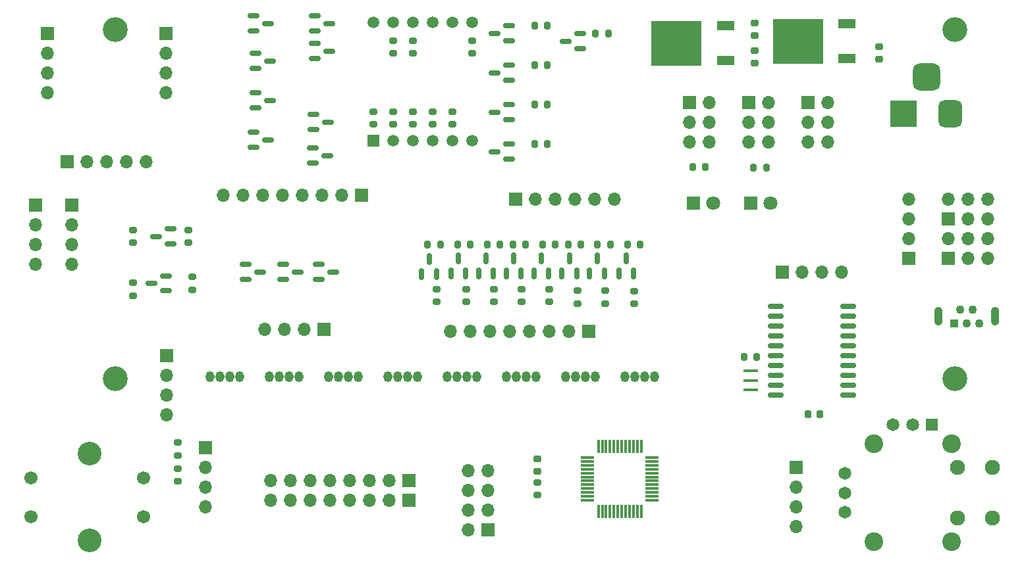
<source format=gbr>
%TF.GenerationSoftware,KiCad,Pcbnew,(6.0.1)*%
%TF.CreationDate,2023-03-04T22:59:05-07:00*%
%TF.ProjectId,DevBoard2.0,44657642-6f61-4726-9432-2e302e6b6963,rev?*%
%TF.SameCoordinates,Original*%
%TF.FileFunction,Soldermask,Bot*%
%TF.FilePolarity,Negative*%
%FSLAX46Y46*%
G04 Gerber Fmt 4.6, Leading zero omitted, Abs format (unit mm)*
G04 Created by KiCad (PCBNEW (6.0.1)) date 2023-03-04 22:59:05*
%MOMM*%
%LPD*%
G01*
G04 APERTURE LIST*
G04 Aperture macros list*
%AMRoundRect*
0 Rectangle with rounded corners*
0 $1 Rounding radius*
0 $2 $3 $4 $5 $6 $7 $8 $9 X,Y pos of 4 corners*
0 Add a 4 corners polygon primitive as box body*
4,1,4,$2,$3,$4,$5,$6,$7,$8,$9,$2,$3,0*
0 Add four circle primitives for the rounded corners*
1,1,$1+$1,$2,$3*
1,1,$1+$1,$4,$5*
1,1,$1+$1,$6,$7*
1,1,$1+$1,$8,$9*
0 Add four rect primitives between the rounded corners*
20,1,$1+$1,$2,$3,$4,$5,0*
20,1,$1+$1,$4,$5,$6,$7,0*
20,1,$1+$1,$6,$7,$8,$9,0*
20,1,$1+$1,$8,$9,$2,$3,0*%
G04 Aperture macros list end*
%ADD10RoundRect,0.011200X-0.128800X0.768800X-0.128800X-0.768800X0.128800X-0.768800X0.128800X0.768800X0*%
%ADD11RoundRect,0.011200X-0.768800X-0.128800X0.768800X-0.128800X0.768800X0.128800X-0.768800X0.128800X0*%
%ADD12C,1.650000*%
%ADD13R,1.650000X1.650000*%
%ADD14C,2.400000*%
%ADD15C,1.950000*%
%ADD16R,1.700000X1.700000*%
%ADD17O,1.700000X1.700000*%
%ADD18C,3.200000*%
%ADD19O,1.143000X1.397000*%
%ADD20RoundRect,0.200000X-0.200000X-0.275000X0.200000X-0.275000X0.200000X0.275000X-0.200000X0.275000X0*%
%ADD21R,1.900000X0.400000*%
%ADD22RoundRect,0.200000X-0.275000X0.200000X-0.275000X-0.200000X0.275000X-0.200000X0.275000X0.200000X0*%
%ADD23RoundRect,0.200000X0.275000X-0.200000X0.275000X0.200000X-0.275000X0.200000X-0.275000X-0.200000X0*%
%ADD24RoundRect,0.200000X0.200000X0.275000X-0.200000X0.275000X-0.200000X-0.275000X0.200000X-0.275000X0*%
%ADD25RoundRect,0.150000X0.587500X0.150000X-0.587500X0.150000X-0.587500X-0.150000X0.587500X-0.150000X0*%
%ADD26R,1.800000X1.800000*%
%ADD27C,1.800000*%
%ADD28RoundRect,0.225000X-0.225000X-0.250000X0.225000X-0.250000X0.225000X0.250000X-0.225000X0.250000X0*%
%ADD29RoundRect,0.225000X0.250000X-0.225000X0.250000X0.225000X-0.250000X0.225000X-0.250000X-0.225000X0*%
%ADD30RoundRect,0.225000X-0.250000X0.225000X-0.250000X-0.225000X0.250000X-0.225000X0.250000X0.225000X0*%
%ADD31C,1.701800*%
%ADD32C,3.048000*%
%ADD33RoundRect,0.150000X0.150000X-0.587500X0.150000X0.587500X-0.150000X0.587500X-0.150000X-0.587500X0*%
%ADD34RoundRect,0.150000X-0.587500X-0.150000X0.587500X-0.150000X0.587500X0.150000X-0.587500X0.150000X0*%
%ADD35R,1.100000X1.100000*%
%ADD36C,1.100000*%
%ADD37O,1.100000X2.400000*%
%ADD38R,2.200000X1.200000*%
%ADD39R,6.400000X5.800000*%
%ADD40C,1.500000*%
%ADD41R,1.500000X1.500000*%
%ADD42RoundRect,0.875000X0.875000X0.875000X-0.875000X0.875000X-0.875000X-0.875000X0.875000X-0.875000X0*%
%ADD43RoundRect,0.750000X0.750000X1.000000X-0.750000X1.000000X-0.750000X-1.000000X0.750000X-1.000000X0*%
%ADD44R,3.500000X3.500000*%
%ADD45RoundRect,0.150000X-0.875000X-0.150000X0.875000X-0.150000X0.875000X0.150000X-0.875000X0.150000X0*%
G04 APERTURE END LIST*
D10*
%TO.C,U3*%
X232144500Y-69734000D03*
X232644500Y-69734000D03*
X233144500Y-69734000D03*
X233644500Y-69734000D03*
X234144500Y-69734000D03*
X234644500Y-69734000D03*
X235144500Y-69734000D03*
X235644500Y-69734000D03*
X236144500Y-69734000D03*
X236644500Y-69734000D03*
X237144500Y-69734000D03*
X237644500Y-69734000D03*
X237644500Y-78094000D03*
X237144500Y-78094000D03*
X236644500Y-78094000D03*
X236144500Y-78094000D03*
X235644500Y-78094000D03*
X235144500Y-78094000D03*
X234644500Y-78094000D03*
X234144500Y-78094000D03*
X233644500Y-78094000D03*
X233144500Y-78094000D03*
X232644500Y-78094000D03*
X232144500Y-78094000D03*
D11*
X230714500Y-76664000D03*
X230714500Y-76164000D03*
X230714500Y-75664000D03*
X230714500Y-75164000D03*
X230714500Y-74664000D03*
X230714500Y-74164000D03*
X230714500Y-73664000D03*
X230714500Y-73164000D03*
X230714500Y-72664000D03*
X230714500Y-72164000D03*
X230714500Y-71664000D03*
X230714500Y-71164000D03*
X239074500Y-71164000D03*
X239074500Y-71664000D03*
X239074500Y-72164000D03*
X239074500Y-72664000D03*
X239074500Y-73164000D03*
X239074500Y-73664000D03*
X239074500Y-74164000D03*
X239074500Y-74664000D03*
X239074500Y-75164000D03*
X239074500Y-75664000D03*
X239074500Y-76164000D03*
X239074500Y-76664000D03*
%TD*%
D12*
%TO.C,U1*%
X263812000Y-73192000D03*
X263812000Y-75692000D03*
X263812000Y-78192000D03*
D13*
X275042000Y-66962000D03*
D12*
X272542000Y-66962000D03*
X270042000Y-66962000D03*
D14*
X267542000Y-69367000D03*
X267542000Y-82017000D03*
X277542000Y-82017000D03*
X277542000Y-69367000D03*
D15*
X278292000Y-78942000D03*
X282792000Y-78942000D03*
X278292000Y-72442000D03*
X282792000Y-72442000D03*
%TD*%
D16*
%TO.C,J26*%
X176657000Y-58039000D03*
D17*
X176657000Y-60579000D03*
X176657000Y-63119000D03*
X176657000Y-65659000D03*
%TD*%
D18*
%TO.C,REF\u002A\u002A*%
X278000000Y-16000000D03*
%TD*%
%TO.C,REF\u002A\u002A*%
X278000000Y-61000000D03*
%TD*%
%TO.C,REF\u002A\u002A*%
X170000000Y-61000000D03*
%TD*%
%TO.C,REF\u002A\u002A*%
X170000000Y-16000000D03*
%TD*%
D19*
%TO.C,LED2*%
X189863100Y-60706000D03*
X192403100Y-60706000D03*
X191133100Y-60706000D03*
X193673100Y-60706000D03*
%TD*%
D16*
%TO.C,J19*%
X164416000Y-38618000D03*
D17*
X164416000Y-41158000D03*
X164416000Y-43698000D03*
X164416000Y-46238000D03*
%TD*%
D16*
%TO.C,J16*%
X159766000Y-38618000D03*
D17*
X159766000Y-41158000D03*
X159766000Y-43698000D03*
X159766000Y-46238000D03*
%TD*%
D20*
%TO.C,R39*%
X223965000Y-30734000D03*
X225615000Y-30734000D03*
%TD*%
%TO.C,R38*%
X223965000Y-15494000D03*
X225615000Y-15494000D03*
%TD*%
%TO.C,R37*%
X223965000Y-20574000D03*
X225615000Y-20574000D03*
%TD*%
%TO.C,R36*%
X223965000Y-25654000D03*
X225615000Y-25654000D03*
%TD*%
D16*
%TO.C,J12*%
X201676000Y-37338000D03*
D17*
X199136000Y-37338000D03*
X196596000Y-37338000D03*
X194056000Y-37338000D03*
X191516000Y-37338000D03*
X188976000Y-37338000D03*
X186436000Y-37338000D03*
X183896000Y-37338000D03*
%TD*%
D16*
%TO.C,J18*%
X230872900Y-54864000D03*
D17*
X228332900Y-54864000D03*
X225792900Y-54864000D03*
X223252900Y-54864000D03*
X220712900Y-54864000D03*
X218172900Y-54864000D03*
X215632900Y-54864000D03*
X213092900Y-54864000D03*
%TD*%
%TO.C,J17*%
X215392000Y-72888000D03*
X217932000Y-72888000D03*
X215392000Y-75428000D03*
X217932000Y-75428000D03*
X215392000Y-77968000D03*
X217932000Y-77968000D03*
X215392000Y-80508000D03*
D16*
X217932000Y-80508000D03*
%TD*%
D21*
%TO.C,Y1*%
X251714000Y-61214000D03*
X251714000Y-62414000D03*
X251714000Y-60014000D03*
%TD*%
D22*
%TO.C,R35*%
X224282000Y-74359000D03*
X224282000Y-76009000D03*
%TD*%
%TO.C,R34*%
X179448488Y-41850000D03*
X179448488Y-43500000D03*
%TD*%
D23*
%TO.C,R33*%
X172336488Y-43500000D03*
X172336488Y-41850000D03*
%TD*%
D22*
%TO.C,R32*%
X179935750Y-47880000D03*
X179935750Y-49530000D03*
%TD*%
D23*
%TO.C,R31*%
X172315750Y-50292000D03*
X172315750Y-48642000D03*
%TD*%
D24*
%TO.C,R30*%
X253746000Y-33782000D03*
X252096000Y-33782000D03*
%TD*%
%TO.C,R29*%
X252539000Y-58166000D03*
X250889000Y-58166000D03*
%TD*%
%TO.C,R28*%
X245935000Y-33719000D03*
X244285000Y-33719000D03*
%TD*%
D25*
%TO.C,Q26*%
X177141750Y-41725000D03*
X177141750Y-43625000D03*
X175266750Y-42675000D03*
%TD*%
%TO.C,Q25*%
X176555250Y-47755000D03*
X176555250Y-49655000D03*
X174680250Y-48705000D03*
%TD*%
D16*
%TO.C,J25*%
X221488000Y-37846000D03*
D17*
X224028000Y-37846000D03*
X226568000Y-37846000D03*
X229108000Y-37846000D03*
X231648000Y-37846000D03*
X234188000Y-37846000D03*
%TD*%
D16*
%TO.C,J14*%
X181610000Y-69860000D03*
D17*
X181610000Y-72400000D03*
X181610000Y-74940000D03*
X181610000Y-77480000D03*
%TD*%
D16*
%TO.C,J13*%
X257556000Y-72400000D03*
D17*
X257556000Y-74940000D03*
X257556000Y-77480000D03*
X257556000Y-80020000D03*
%TD*%
D16*
%TO.C,J11*%
X196851900Y-54610000D03*
D17*
X194311900Y-54610000D03*
X191771900Y-54610000D03*
X189231900Y-54610000D03*
%TD*%
D16*
%TO.C,J6*%
X255778000Y-47244000D03*
D17*
X258318000Y-47244000D03*
X260858000Y-47244000D03*
X263398000Y-47244000D03*
%TD*%
D26*
%TO.C,D2*%
X251709000Y-38354000D03*
D27*
X254249000Y-38354000D03*
%TD*%
D26*
%TO.C,D1*%
X244343000Y-38354000D03*
D27*
X246883000Y-38354000D03*
%TD*%
D28*
%TO.C,C5*%
X259067000Y-65532000D03*
X260617000Y-65532000D03*
%TD*%
D29*
%TO.C,C4*%
X224282000Y-72898000D03*
X224282000Y-71348000D03*
%TD*%
%TO.C,C3*%
X252222000Y-20333000D03*
X252222000Y-18783000D03*
%TD*%
%TO.C,C2*%
X268224000Y-19825000D03*
X268224000Y-18275000D03*
%TD*%
D30*
%TO.C,C1*%
X252222000Y-15214000D03*
X252222000Y-16764000D03*
%TD*%
D31*
%TO.C,SW1*%
X173702550Y-73770231D03*
X173702550Y-78770231D03*
X159202551Y-73770231D03*
X159202551Y-78770231D03*
D32*
X166702551Y-70670293D03*
X166702551Y-81870169D03*
%TD*%
D20*
%TO.C,R27*%
X231776000Y-16560800D03*
X233426000Y-16560800D03*
%TD*%
D23*
%TO.C,R26*%
X236728000Y-51371000D03*
X236728000Y-49721000D03*
%TD*%
D20*
%TO.C,R25*%
X235903000Y-43688000D03*
X237553000Y-43688000D03*
%TD*%
D23*
%TO.C,R24*%
X232984000Y-51308000D03*
X232984000Y-49658000D03*
%TD*%
D20*
%TO.C,R23*%
X232030000Y-43688000D03*
X233680000Y-43688000D03*
%TD*%
D23*
%TO.C,R22*%
X229428000Y-51308000D03*
X229428000Y-49658000D03*
%TD*%
D20*
%TO.C,R21*%
X228283000Y-43688000D03*
X229933000Y-43688000D03*
%TD*%
D23*
%TO.C,R20*%
X225806000Y-51117000D03*
X225806000Y-49467000D03*
%TD*%
D20*
%TO.C,R19*%
X224981000Y-43688000D03*
X226631000Y-43688000D03*
%TD*%
D22*
%TO.C,R18*%
X208280000Y-26607000D03*
X208280000Y-28257000D03*
%TD*%
%TO.C,R17*%
X213360000Y-26607000D03*
X213360000Y-28257000D03*
%TD*%
D23*
%TO.C,R16*%
X208280000Y-19113000D03*
X208280000Y-17463000D03*
%TD*%
D22*
%TO.C,R15*%
X203200000Y-26607000D03*
X203200000Y-28257000D03*
%TD*%
%TO.C,R14*%
X205740000Y-26607000D03*
X205740000Y-28257000D03*
%TD*%
%TO.C,R13*%
X210820000Y-26607000D03*
X210820000Y-28257000D03*
%TD*%
D23*
%TO.C,R12*%
X215900000Y-19113000D03*
X215900000Y-17463000D03*
%TD*%
%TO.C,R11*%
X205740000Y-19113000D03*
X205740000Y-17463000D03*
%TD*%
%TO.C,R10*%
X222250000Y-51117000D03*
X222250000Y-49467000D03*
%TD*%
D20*
%TO.C,R9*%
X221171000Y-43688000D03*
X222821000Y-43688000D03*
%TD*%
D23*
%TO.C,R8*%
X218694000Y-51117000D03*
X218694000Y-49467000D03*
%TD*%
D20*
%TO.C,R7*%
X217869000Y-43688000D03*
X219519000Y-43688000D03*
%TD*%
D23*
%TO.C,R6*%
X215138000Y-51117000D03*
X215138000Y-49467000D03*
%TD*%
D20*
%TO.C,R5*%
X214059000Y-43688000D03*
X215709000Y-43688000D03*
%TD*%
D23*
%TO.C,R4*%
X211328000Y-51117000D03*
X211328000Y-49467000D03*
%TD*%
D20*
%TO.C,R3*%
X210186000Y-43688000D03*
X211836000Y-43688000D03*
%TD*%
D23*
%TO.C,R2*%
X178054000Y-74231000D03*
X178054000Y-72581000D03*
%TD*%
%TO.C,R1*%
X178054000Y-70866000D03*
X178054000Y-69216000D03*
%TD*%
D25*
%TO.C,Q24*%
X229791500Y-16576000D03*
X229791500Y-18476000D03*
X227916500Y-17526000D03*
%TD*%
D33*
%TO.C,Q23*%
X236662000Y-47419500D03*
X234762000Y-47419500D03*
X235712000Y-45544500D03*
%TD*%
D25*
%TO.C,Q22*%
X220647500Y-30800000D03*
X220647500Y-32700000D03*
X218772500Y-31750000D03*
%TD*%
%TO.C,Q21*%
X220647500Y-15560000D03*
X220647500Y-17460000D03*
X218772500Y-16510000D03*
%TD*%
%TO.C,Q20*%
X220647500Y-20640000D03*
X220647500Y-22540000D03*
X218772500Y-21590000D03*
%TD*%
%TO.C,Q19*%
X220647500Y-25720000D03*
X220647500Y-27620000D03*
X218772500Y-26670000D03*
%TD*%
D33*
%TO.C,Q18*%
X232918000Y-47419500D03*
X231018000Y-47419500D03*
X231968000Y-45544500D03*
%TD*%
%TO.C,Q17*%
X229362000Y-47419500D03*
X227462000Y-47419500D03*
X228412000Y-45544500D03*
%TD*%
%TO.C,Q16*%
X225740000Y-47419500D03*
X223840000Y-47419500D03*
X224790000Y-45544500D03*
%TD*%
D34*
%TO.C,Q15*%
X188038500Y-26096000D03*
X188038500Y-24196000D03*
X189913500Y-25146000D03*
%TD*%
D33*
%TO.C,Q14*%
X222184000Y-47419500D03*
X220284000Y-47419500D03*
X221234000Y-45544500D03*
%TD*%
D34*
%TO.C,Q13*%
X188038500Y-21016000D03*
X188038500Y-19116000D03*
X189913500Y-20066000D03*
%TD*%
%TO.C,Q12*%
X186768500Y-48194000D03*
X186768500Y-46294000D03*
X188643500Y-47244000D03*
%TD*%
%TO.C,Q11*%
X195658500Y-19746000D03*
X195658500Y-17846000D03*
X197533500Y-18796000D03*
%TD*%
D33*
%TO.C,Q10*%
X218628000Y-47419500D03*
X216728000Y-47419500D03*
X217678000Y-45544500D03*
%TD*%
D34*
%TO.C,Q9*%
X195404500Y-33208000D03*
X195404500Y-31308000D03*
X197279500Y-32258000D03*
%TD*%
%TO.C,Q8*%
X195483000Y-28890000D03*
X195483000Y-26990000D03*
X197358000Y-27940000D03*
%TD*%
%TO.C,Q7*%
X191594500Y-48194000D03*
X191594500Y-46294000D03*
X193469500Y-47244000D03*
%TD*%
%TO.C,Q6*%
X187784500Y-31176000D03*
X187784500Y-29276000D03*
X189659500Y-30226000D03*
%TD*%
%TO.C,Q5*%
X187784500Y-16190000D03*
X187784500Y-14290000D03*
X189659500Y-15240000D03*
%TD*%
D33*
%TO.C,Q4*%
X215072000Y-47419500D03*
X213172000Y-47419500D03*
X214122000Y-45544500D03*
%TD*%
D34*
%TO.C,Q3*%
X195658500Y-16190000D03*
X195658500Y-14290000D03*
X197533500Y-15240000D03*
%TD*%
%TO.C,Q2*%
X196166500Y-48194000D03*
X196166500Y-46294000D03*
X198041500Y-47244000D03*
%TD*%
D33*
%TO.C,Q1*%
X211328000Y-47498000D03*
X209428000Y-47498000D03*
X210378000Y-45623000D03*
%TD*%
D16*
%TO.C,J1*%
X207757000Y-74111000D03*
D17*
X205217000Y-74111000D03*
X202677000Y-74111000D03*
X200137000Y-74111000D03*
X197597000Y-74111000D03*
X195057000Y-74111000D03*
X192517000Y-74111000D03*
X189977000Y-74111000D03*
%TD*%
D19*
%TO.C,LED8*%
X235583100Y-60706000D03*
X238123100Y-60706000D03*
X236853100Y-60706000D03*
X239393100Y-60706000D03*
%TD*%
%TO.C,LED7*%
X227963100Y-60706000D03*
X230503100Y-60706000D03*
X229233100Y-60706000D03*
X231773100Y-60706000D03*
%TD*%
%TO.C,LED6*%
X220343100Y-60706000D03*
X222883100Y-60706000D03*
X221613100Y-60706000D03*
X224153100Y-60706000D03*
%TD*%
%TO.C,LED5*%
X212723100Y-60706000D03*
X215263100Y-60706000D03*
X213993100Y-60706000D03*
X216533100Y-60706000D03*
%TD*%
%TO.C,LED4*%
X205103100Y-60706000D03*
X207643100Y-60706000D03*
X206373100Y-60706000D03*
X208913100Y-60706000D03*
%TD*%
%TO.C,LED3*%
X197483100Y-60706000D03*
X200023100Y-60706000D03*
X198753100Y-60706000D03*
X201293100Y-60706000D03*
%TD*%
%TO.C,LED1*%
X182243100Y-60706000D03*
X184783100Y-60706000D03*
X183513100Y-60706000D03*
X186053100Y-60706000D03*
%TD*%
D35*
%TO.C,J20*%
X277876000Y-53848000D03*
D36*
X278676000Y-52098000D03*
X279476000Y-53848000D03*
X280276000Y-52098000D03*
X281076000Y-53848000D03*
D37*
X283126000Y-52973000D03*
X275826000Y-52973000D03*
%TD*%
D38*
%TO.C,U6*%
X248480000Y-20060000D03*
D39*
X242180000Y-17780000D03*
D38*
X248480000Y-15500000D03*
%TD*%
D40*
%TO.C,U5*%
X203200000Y-15097500D03*
X205740000Y-15097500D03*
X208280000Y-15097500D03*
X210820000Y-15097500D03*
X213360000Y-15097500D03*
X215900000Y-15097500D03*
X215900000Y-30337500D03*
X213360000Y-30337500D03*
X210820000Y-30337500D03*
X208280000Y-30337500D03*
X205740000Y-30337500D03*
D41*
X203200000Y-30337500D03*
%TD*%
D38*
%TO.C,U4*%
X264110000Y-19806000D03*
D39*
X257810000Y-17526000D03*
D38*
X264110000Y-15246000D03*
%TD*%
D17*
%TO.C,J24*%
X261620000Y-30480000D03*
X259080000Y-30480000D03*
X261620000Y-27940000D03*
X259080000Y-27940000D03*
X261620000Y-25400000D03*
D16*
X259080000Y-25400000D03*
%TD*%
D17*
%TO.C,J23*%
X246380000Y-30480000D03*
X243840000Y-30480000D03*
X246380000Y-27940000D03*
X243840000Y-27940000D03*
X246380000Y-25400000D03*
D16*
X243840000Y-25400000D03*
%TD*%
D17*
%TO.C,J22*%
X254000000Y-30480000D03*
X251460000Y-30480000D03*
X254000000Y-27940000D03*
X251460000Y-27940000D03*
X254000000Y-25400000D03*
D16*
X251460000Y-25400000D03*
%TD*%
%TO.C,J21*%
X272034000Y-45466000D03*
D17*
X272034000Y-42926000D03*
X272034000Y-40386000D03*
X272034000Y-37846000D03*
%TD*%
%TO.C,J9*%
X189977000Y-76651000D03*
X192517000Y-76651000D03*
X195057000Y-76651000D03*
X197597000Y-76651000D03*
X200137000Y-76651000D03*
X202677000Y-76651000D03*
X205217000Y-76651000D03*
D16*
X207757000Y-76651000D03*
%TD*%
D17*
%TO.C,J8*%
X173990000Y-33020000D03*
X171450000Y-33020000D03*
X168910000Y-33020000D03*
X166370000Y-33020000D03*
D16*
X163830000Y-33020000D03*
%TD*%
D42*
%TO.C,J7*%
X274368000Y-22165500D03*
D43*
X277368000Y-26865500D03*
D44*
X271368000Y-26865500D03*
%TD*%
D45*
%TO.C,U2*%
X254938000Y-63119000D03*
X254938000Y-61849000D03*
X254938000Y-60579000D03*
X254938000Y-59309000D03*
X254938000Y-58039000D03*
X254938000Y-56769000D03*
X254938000Y-55499000D03*
X254938000Y-54229000D03*
X254938000Y-52959000D03*
X254938000Y-51689000D03*
X264238000Y-51689000D03*
X264238000Y-52959000D03*
X264238000Y-54229000D03*
X264238000Y-55499000D03*
X264238000Y-56769000D03*
X264238000Y-58039000D03*
X264238000Y-59309000D03*
X264238000Y-60579000D03*
X264238000Y-61849000D03*
X264238000Y-63119000D03*
%TD*%
D17*
%TO.C,J5*%
X282194000Y-37846000D03*
X282194000Y-40386000D03*
X279654000Y-37846000D03*
X279654000Y-40386000D03*
X277114000Y-37846000D03*
D16*
X277114000Y-40386000D03*
%TD*%
D17*
%TO.C,J4*%
X282194000Y-42926000D03*
X282194000Y-45466000D03*
X279654000Y-42926000D03*
X279654000Y-45466000D03*
X277114000Y-42926000D03*
D16*
X277114000Y-45466000D03*
%TD*%
%TO.C,J3*%
X176525000Y-16520000D03*
D17*
X176525000Y-19060000D03*
X176525000Y-21600000D03*
X176525000Y-24140000D03*
%TD*%
D16*
%TO.C,J2*%
X161285000Y-16520000D03*
D17*
X161285000Y-19060000D03*
X161285000Y-21600000D03*
X161285000Y-24140000D03*
%TD*%
M02*

</source>
